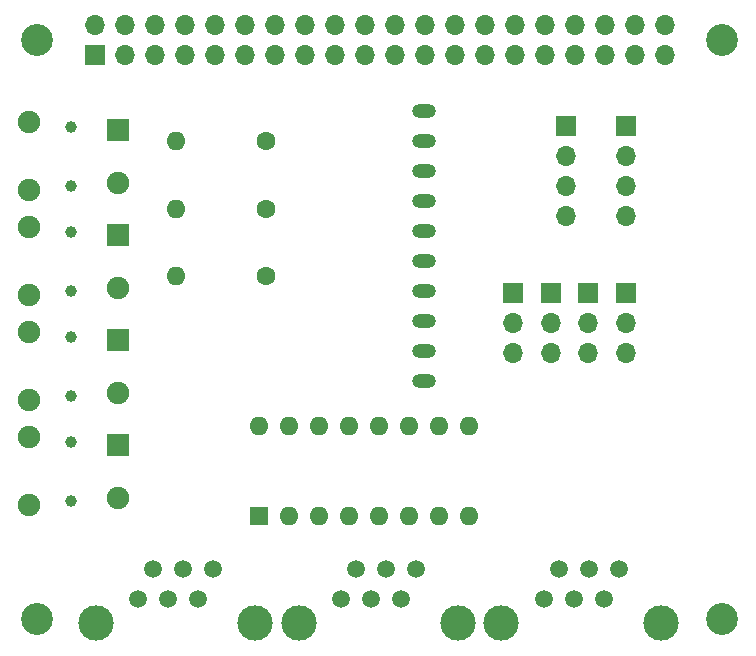
<source format=gts>
G04 #@! TF.GenerationSoftware,KiCad,Pcbnew,(5.1.5)-3*
G04 #@! TF.CreationDate,2020-04-30T22:36:26+02:00*
G04 #@! TF.ProjectId,Main,4d61696e-2e6b-4696-9361-645f70636258,rev?*
G04 #@! TF.SameCoordinates,Original*
G04 #@! TF.FileFunction,Soldermask,Top*
G04 #@! TF.FilePolarity,Negative*
%FSLAX46Y46*%
G04 Gerber Fmt 4.6, Leading zero omitted, Abs format (unit mm)*
G04 Created by KiCad (PCBNEW (5.1.5)-3) date 2020-04-30 22:36:26*
%MOMM*%
%LPD*%
G04 APERTURE LIST*
%ADD10O,2.000000X1.200000*%
%ADD11C,1.520000*%
%ADD12C,3.000000*%
%ADD13C,1.000000*%
%ADD14C,1.900000*%
%ADD15R,1.900000X1.900000*%
%ADD16R,1.700000X1.700000*%
%ADD17O,1.700000X1.700000*%
%ADD18C,1.600000*%
%ADD19O,1.600000X1.600000*%
%ADD20R,1.600000X1.600000*%
%ADD21C,2.700000*%
G04 APERTURE END LIST*
D10*
X236220000Y-126365000D03*
X236220000Y-123825000D03*
X236220000Y-121285000D03*
X236220000Y-118745000D03*
X236220000Y-116205000D03*
X236220000Y-113665000D03*
X236220000Y-111125000D03*
X236220000Y-108585000D03*
X236220000Y-106045000D03*
X236220000Y-103505000D03*
D11*
X233045000Y-142240000D03*
X230505000Y-142240000D03*
X235585000Y-142240000D03*
X229235000Y-144780000D03*
X231775000Y-144780000D03*
X234315000Y-144780000D03*
D12*
X239145000Y-146810000D03*
X225675000Y-146810000D03*
D13*
X206335000Y-113705000D03*
X206335000Y-118705000D03*
D14*
X210335000Y-118455000D03*
D15*
X210335000Y-113955000D03*
D14*
X202835000Y-119105000D03*
X202835000Y-113305000D03*
D13*
X206335000Y-122595000D03*
X206335000Y-127595000D03*
D14*
X210335000Y-127345000D03*
D15*
X210335000Y-122845000D03*
D14*
X202835000Y-127995000D03*
X202835000Y-122195000D03*
D13*
X206335000Y-131485000D03*
X206335000Y-136485000D03*
D14*
X210335000Y-136235000D03*
D15*
X210335000Y-131735000D03*
D14*
X202835000Y-136885000D03*
X202835000Y-131085000D03*
D16*
X253365000Y-118885000D03*
D17*
X253365000Y-121425000D03*
X253365000Y-123965000D03*
D16*
X248285000Y-104775000D03*
D17*
X248285000Y-107315000D03*
X248285000Y-109855000D03*
X248285000Y-112395000D03*
D16*
X253340000Y-104775000D03*
D17*
X253340000Y-107315000D03*
X253340000Y-109855000D03*
X253340000Y-112395000D03*
D18*
X222885000Y-117475000D03*
D19*
X215265000Y-117475000D03*
D18*
X222885000Y-111760000D03*
D19*
X215265000Y-111760000D03*
D20*
X222250000Y-137795000D03*
D19*
X240030000Y-130175000D03*
X224790000Y-137795000D03*
X237490000Y-130175000D03*
X227330000Y-137795000D03*
X234950000Y-130175000D03*
X229870000Y-137795000D03*
X232410000Y-130175000D03*
X232410000Y-137795000D03*
X229870000Y-130175000D03*
X234950000Y-137795000D03*
X227330000Y-130175000D03*
X237490000Y-137795000D03*
X224790000Y-130175000D03*
X240030000Y-137795000D03*
X222250000Y-130175000D03*
D16*
X243815000Y-118885000D03*
D17*
X243815000Y-121425000D03*
X243815000Y-123965000D03*
D16*
X246990000Y-118885000D03*
D17*
X246990000Y-121425000D03*
X246990000Y-123965000D03*
D16*
X250165000Y-118885000D03*
D17*
X250165000Y-121425000D03*
X250165000Y-123965000D03*
D18*
X222885000Y-106045000D03*
D19*
X215265000Y-106045000D03*
D11*
X250190000Y-142240000D03*
X247650000Y-142240000D03*
X252730000Y-142240000D03*
X246380000Y-144780000D03*
X248920000Y-144780000D03*
X251460000Y-144780000D03*
D12*
X256290000Y-146810000D03*
X242820000Y-146810000D03*
D13*
X206335000Y-104815000D03*
X206335000Y-109815000D03*
D14*
X210335000Y-109565000D03*
D15*
X210335000Y-105065000D03*
D14*
X202835000Y-110215000D03*
X202835000Y-104415000D03*
D11*
X215875000Y-142240000D03*
X213335000Y-142240000D03*
X218415000Y-142240000D03*
X212065000Y-144780000D03*
X214605000Y-144780000D03*
X217145000Y-144780000D03*
D12*
X221975000Y-146810000D03*
X208505000Y-146810000D03*
D16*
X208370000Y-98770000D03*
D17*
X208370000Y-96230000D03*
X210910000Y-98770000D03*
X210910000Y-96230000D03*
X213450000Y-98770000D03*
X213450000Y-96230000D03*
X215990000Y-98770000D03*
X215990000Y-96230000D03*
X218530000Y-98770000D03*
X218530000Y-96230000D03*
X221070000Y-98770000D03*
X221070000Y-96230000D03*
X223610000Y-98770000D03*
X223610000Y-96230000D03*
X226150000Y-98770000D03*
X226150000Y-96230000D03*
X228690000Y-98770000D03*
X228690000Y-96230000D03*
X231230000Y-98770000D03*
X231230000Y-96230000D03*
X233770000Y-98770000D03*
X233770000Y-96230000D03*
X236310000Y-98770000D03*
X236310000Y-96230000D03*
X238850000Y-98770000D03*
X238850000Y-96230000D03*
X241390000Y-98770000D03*
X241390000Y-96230000D03*
X243930000Y-98770000D03*
X243930000Y-96230000D03*
X246470000Y-98770000D03*
X246470000Y-96230000D03*
X249010000Y-98770000D03*
X249010000Y-96230000D03*
X251550000Y-98770000D03*
X251550000Y-96230000D03*
X254090000Y-98770000D03*
X254090000Y-96230000D03*
X256630000Y-98770000D03*
X256630000Y-96230000D03*
D21*
X261500000Y-146500000D03*
X203500000Y-146500000D03*
X261500000Y-97500000D03*
X203500000Y-97500000D03*
M02*

</source>
